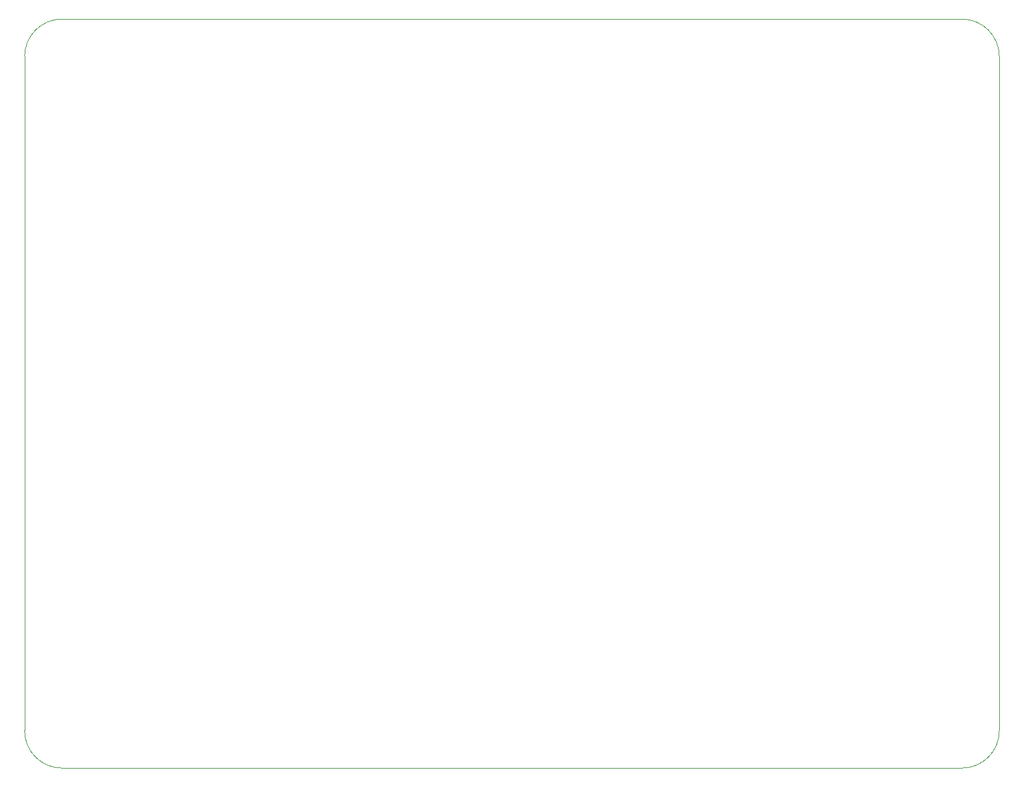
<source format=gbr>
%TF.GenerationSoftware,KiCad,Pcbnew,8.0.7-1.fc40*%
%TF.CreationDate,2024-12-16T20:10:01+01:00*%
%TF.ProjectId,pedai-hw,70656461-692d-4687-972e-6b696361645f,rev?*%
%TF.SameCoordinates,Original*%
%TF.FileFunction,Profile,NP*%
%FSLAX46Y46*%
G04 Gerber Fmt 4.6, Leading zero omitted, Abs format (unit mm)*
G04 Created by KiCad (PCBNEW 8.0.7-1.fc40) date 2024-12-16 20:10:01*
%MOMM*%
%LPD*%
G01*
G04 APERTURE LIST*
%TA.AperFunction,Profile*%
%ADD10C,0.050000*%
%TD*%
G04 APERTURE END LIST*
D10*
X75000000Y-145000000D02*
X75000000Y-55000000D01*
X200000000Y-150000000D02*
X80000000Y-150000000D01*
X205000000Y-55000000D02*
X205000000Y-145000000D01*
X80000000Y-50000000D02*
X200000000Y-50000000D01*
X205000000Y-145000000D02*
G75*
G02*
X200000000Y-150000000I-5000000J0D01*
G01*
X200000000Y-50000000D02*
G75*
G02*
X205000000Y-55000000I0J-5000000D01*
G01*
X75000000Y-55000000D02*
G75*
G02*
X80000000Y-50000000I5000000J0D01*
G01*
X80000000Y-150000000D02*
G75*
G02*
X75000000Y-145000000I0J5000000D01*
G01*
M02*

</source>
